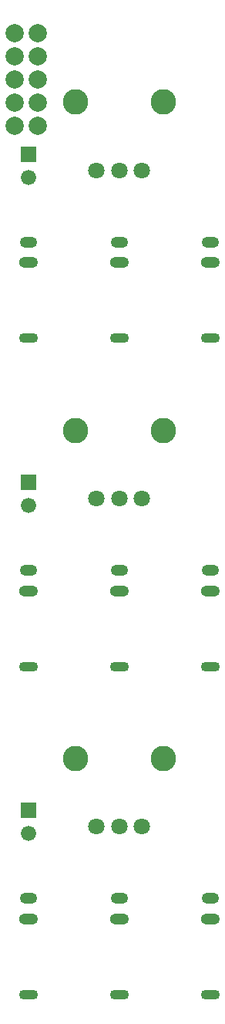
<source format=gbr>
G04 #@! TF.GenerationSoftware,KiCad,Pcbnew,5.1.9-73d0e3b20d~88~ubuntu20.04.1*
G04 #@! TF.CreationDate,2021-04-14T10:28:40-07:00*
G04 #@! TF.ProjectId,3xVCA,33785643-412e-46b6-9963-61645f706362,rev?*
G04 #@! TF.SameCoordinates,Original*
G04 #@! TF.FileFunction,Soldermask,Bot*
G04 #@! TF.FilePolarity,Negative*
%FSLAX46Y46*%
G04 Gerber Fmt 4.6, Leading zero omitted, Abs format (unit mm)*
G04 Created by KiCad (PCBNEW 5.1.9-73d0e3b20d~88~ubuntu20.04.1) date 2021-04-14 10:28:40*
%MOMM*%
%LPD*%
G01*
G04 APERTURE LIST*
%ADD10C,1.676400*%
%ADD11R,1.676400X1.676400*%
%ADD12O,1.900000X1.200000*%
%ADD13O,2.100000X1.200000*%
%ADD14O,2.100000X1.100000*%
%ADD15C,2.800000*%
%ADD16C,1.800000*%
%ADD17C,2.000000*%
G04 APERTURE END LIST*
D10*
X4000000Y91730000D03*
D11*
X4000000Y94270000D03*
D10*
X4000000Y55730000D03*
D11*
X4000000Y58270000D03*
D10*
X4000000Y19730000D03*
D11*
X4000000Y22270000D03*
D12*
X14000000Y12620500D03*
D13*
X14000000Y10380000D03*
D14*
X14000000Y2080000D03*
D12*
X24000000Y12620500D03*
D13*
X24000000Y10380000D03*
D14*
X24000000Y2080000D03*
D12*
X4000000Y12620500D03*
D13*
X4000000Y10380000D03*
D14*
X4000000Y2080000D03*
D12*
X14000000Y48620500D03*
D13*
X14000000Y46380000D03*
D14*
X14000000Y38080000D03*
D12*
X4000000Y48620500D03*
D13*
X4000000Y46380000D03*
D14*
X4000000Y38080000D03*
D12*
X24000000Y48620500D03*
D13*
X24000000Y46380000D03*
D14*
X24000000Y38080000D03*
D12*
X4000000Y84620500D03*
D13*
X4000000Y82380000D03*
D14*
X4000000Y74080000D03*
D12*
X24000000Y84620500D03*
D13*
X24000000Y82380000D03*
D14*
X24000000Y74080000D03*
D12*
X14000000Y84620500D03*
D13*
X14000000Y82380000D03*
D14*
X14000000Y74080000D03*
D15*
X9200000Y27998000D03*
X18800000Y27998000D03*
D16*
X11500000Y20498000D03*
X16500000Y20498000D03*
X14000000Y20498000D03*
D15*
X9200000Y63998000D03*
X18800000Y63998000D03*
D16*
X11500000Y56498000D03*
X16500000Y56498000D03*
X14000000Y56498000D03*
D15*
X9200000Y99998000D03*
X18800000Y99998000D03*
D16*
X11500000Y92498000D03*
X16500000Y92498000D03*
X14000000Y92498000D03*
D17*
X5020000Y107580000D03*
X2480000Y107580000D03*
X5020000Y105040000D03*
X2480000Y105040000D03*
X5020000Y102500000D03*
X2480000Y102500000D03*
X5020000Y99960000D03*
X2480000Y99960000D03*
X5020000Y97420000D03*
X2480000Y97420000D03*
M02*

</source>
